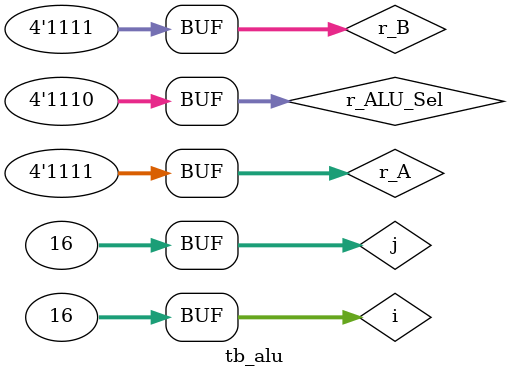
<source format=v>
`timescale 1ns / 1ps


module tb_alu;

    integer i = 0;
    integer j = 0;
    reg [3:0]r_A = 4'b0000;
    reg [3:0]r_B = 4'b0000;
    reg [3:0]r_ALU_Sel;
    wire [3:0]w_ALU_Out;
    wire w_CarryOut;
    
    alu_fixed alu_inst
    (
        .A(r_A),
        .B(r_B),
        .ALU_Out(w_ALU_Out),
        .ALU_Sel(r_ALU_Sel),
        .CarryOut(w_CarryOut)
     );
    
    initial
        begin
        // Test Addition operation
        r_ALU_Sel = 4'b0000;
        for (i = 4'b0 ; i <= 4'b1111 ; i=i+1)
            begin
                for(j = 4'b0; j <= 4'b1111; j=j+1)
                begin
                    r_A = i;
                    r_B = j;
                    #10;
                end
            end
            
        // Multiplication
        r_ALU_Sel = 4'b0010;
        for (i = 4'b0 ; i <= 4'b1111 ; i=i+1)
            begin
                for(j = 4'b0; j <= 4'b1111; j=j+1)
                begin
                    r_A = i;
                    r_B = j;
                    #10;
                end
            end
            
        // Logical Shift left
        r_ALU_Sel = 4'b0100;
        for (i = 4'b0 ; i <= 4'b1111 ; i=i+1)
            begin
                    r_A = i;
                    #10;
            end
            
        // Rotate Right
        r_ALU_Sel = 4'b0111;
        for (i = 4'b0 ;  i <= 4'b1111 ; i=i+1)
            begin
                    r_A = i;
                    #10;
            end
            
        // Logical AND
        r_ALU_Sel = 4'b1000;
        for (i = 4'b0 ; i <= 4'b1111 ; i=i+1)
            begin
                for(j = 4'b0; j <= 4'b1111; j=j+1)
                begin
                    r_A = i;
                    r_B = j;
                    #10;
                end
            end
            
        // Greater Comparison
        r_ALU_Sel = 4'b1110;
        for (i = 4'b0 ; i <= 4'b1111 ; i=i+1)
            begin
                for(j = 4'b0; j <= 4'b1111; j=j+1)
                begin
                    r_A = i;
                    r_B = j;
                    #10;
                end
            end        
        end 
endmodule

</source>
